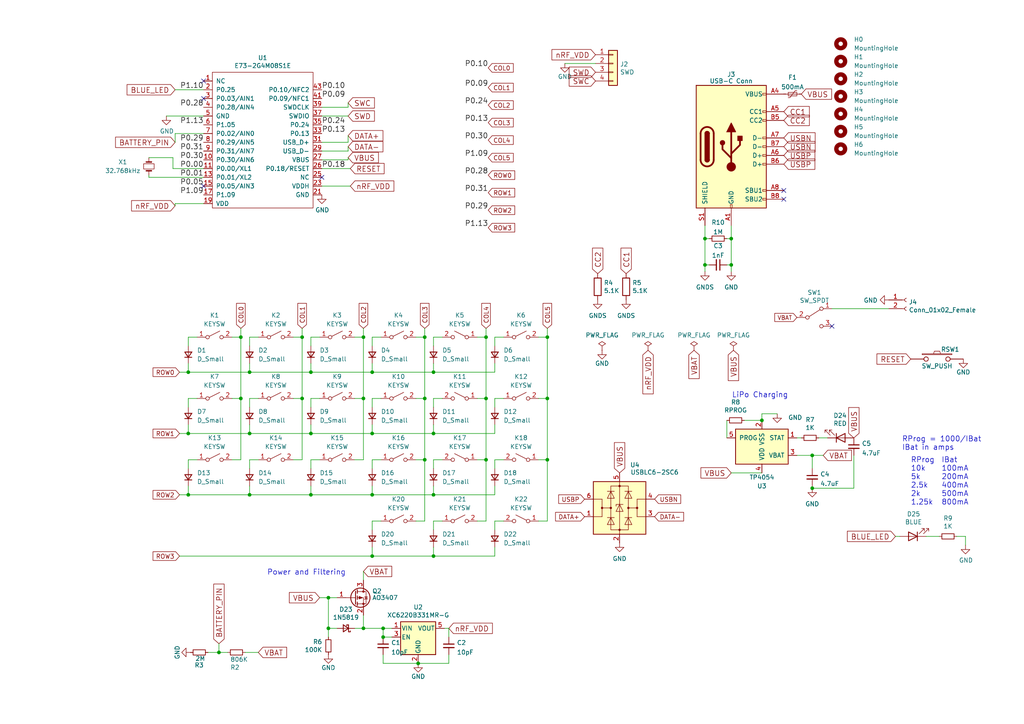
<source format=kicad_sch>
(kicad_sch (version 20230121) (generator eeschema)
  (paper "A4")
  (title_block (title "Skean") (date "2023-03-15") (rev "0.3"))
  (junction (at 235.585 141.605))
  (junction (at 95.25 173.355))
  (junction (at 107.95 107.95) (diameter 0.9144))
  (junction (at 235.585 132.08))
  (junction (at 69.85 97.79) (diameter 0.9144))
  (junction (at 111.125 184.785))
  (junction (at 105.41 182.245))
  (junction (at 54.61 107.95) (diameter 0.9144))
  (junction (at 121.285 192.405))
  (junction (at 72.39 125.73) (diameter 0.9144))
  (junction (at 125.73 143.51) (diameter 0.9144))
  (junction (at 54.61 125.73) (diameter 0.9144))
  (junction (at 204.47 69.215))
  (junction (at 212.09 69.215))
  (junction (at 105.41 115.57) (diameter 0.9144))
  (junction (at 123.19 97.79) (diameter 0.9144))
  (junction (at 69.85 115.57) (diameter 0.9144))
  (junction (at 72.39 143.51) (diameter 0.9144))
  (junction (at 125.73 107.95) (diameter 0.9144))
  (junction (at 87.63 115.57) (diameter 0.9144))
  (junction (at 107.95 143.51) (diameter 0.9144))
  (junction (at 212.09 76.835))
  (junction (at 158.75 97.79) (diameter 0.9144))
  (junction (at 140.97 115.57) (diameter 0.9144))
  (junction (at 54.61 143.51) (diameter 0.9144))
  (junction (at 125.73 125.73) (diameter 0.9144))
  (junction (at 158.75 115.57) (diameter 0.9144))
  (junction (at 87.63 97.79) (diameter 0.9144))
  (junction (at 123.19 115.57) (diameter 0.9144))
  (junction (at 90.17 143.51) (diameter 0.9144))
  (junction (at 105.41 97.79) (diameter 0.9144))
  (junction (at 204.47 76.835))
  (junction (at 95.25 182.245))
  (junction (at 90.17 107.95) (diameter 0.9144))
  (junction (at 123.19 133.35) (diameter 0.9144))
  (junction (at 140.97 97.79) (diameter 0.9144))
  (junction (at 111.125 182.245))
  (junction (at 107.95 125.73) (diameter 0.9144))
  (junction (at 140.97 133.35) (diameter 0.9144))
  (junction (at 220.98 121.92))
  (junction (at 72.39 107.95) (diameter 0.9144))
  (junction (at 107.95 161.29) (diameter 0.9144))
  (junction (at 63.5 189.23))
  (junction (at 90.17 125.73) (diameter 0.9144))
  (junction (at 158.75 133.35) (diameter 0.9144))
  (junction (at 125.73 161.29) (diameter 0.9144))
  (no_connect (at 227.33 55.245))
  (no_connect (at 59.055 28.575))
  (no_connect (at 227.33 57.785))
  (no_connect (at 59.055 53.975))
  (no_connect (at 241.3 94.615))
  (no_connect (at 59.055 23.495))
  (no_connect (at 93.345 51.435))
  (wire (pts (xy 143.51 133.35) (xy 143.51 135.89)))
  (wire (pts (xy 72.39 143.51) (xy 90.17 143.51)))
  (wire (pts (xy 158.75 115.57) (xy 158.75 133.35)))
  (wire (pts (xy 277.495 155.575) (xy 280.035 155.575)))
  (wire (pts (xy 210.82 69.215) (xy 212.09 69.215)))
  (wire (pts (xy 100.965 39.37) (xy 100.965 41.275)))
  (wire (pts (xy 125.73 133.35) (xy 125.73 135.89)))
  (wire (pts (xy 143.51 123.19) (xy 143.51 125.73)))
  (wire (pts (xy 74.93 97.79) (xy 72.39 97.79)))
  (wire (pts (xy 54.61 107.95) (xy 72.39 107.95)))
  (wire (pts (xy 102.87 115.57) (xy 105.41 115.57)))
  (wire (pts (xy 128.27 133.35) (xy 125.73 133.35)))
  (wire (pts (xy 63.5 186.69) (xy 63.5 189.23)))
  (wire (pts (xy 143.51 105.41) (xy 143.51 107.95)))
  (wire (pts (xy 72.39 105.41) (xy 72.39 107.95)))
  (wire (pts (xy 220.98 120.015) (xy 220.98 121.92)))
  (wire (pts (xy 225.425 120.015) (xy 220.98 120.015)))
  (wire (pts (xy 143.51 143.51) (xy 143.51 140.97)))
  (wire (pts (xy 87.63 97.79) (xy 87.63 115.57)))
  (wire (pts (xy 110.49 151.13) (xy 107.95 151.13)))
  (wire (pts (xy 158.75 133.35) (xy 158.75 151.13)))
  (wire (pts (xy 54.61 143.51) (xy 72.39 143.51)))
  (wire (pts (xy 210.82 76.835) (xy 212.09 76.835)))
  (wire (pts (xy 125.73 123.19) (xy 125.73 125.73)))
  (wire (pts (xy 232.41 127) (xy 231.14 127)))
  (wire (pts (xy 54.61 123.19) (xy 54.61 125.73)))
  (wire (pts (xy 54.61 125.73) (xy 72.39 125.73)))
  (wire (pts (xy 125.73 140.97) (xy 125.73 143.51)))
  (wire (pts (xy 125.73 105.41) (xy 125.73 107.95)))
  (wire (pts (xy 87.63 95.25) (xy 87.63 97.79)))
  (wire (pts (xy 95.25 184.785) (xy 95.25 182.245)))
  (wire (pts (xy 52.07 107.95) (xy 54.61 107.95)))
  (wire (pts (xy 172.72 18.415) (xy 163.83 18.415)))
  (wire (pts (xy 105.41 182.245) (xy 111.125 182.245)))
  (wire (pts (xy 123.19 95.25) (xy 123.19 97.79)))
  (wire (pts (xy 143.51 115.57) (xy 143.51 118.11)))
  (wire (pts (xy 102.87 133.35) (xy 105.41 133.35)))
  (wire (pts (xy 158.75 97.79) (xy 158.75 115.57)))
  (wire (pts (xy 140.97 97.79) (xy 140.97 115.57)))
  (wire (pts (xy 120.65 115.57) (xy 123.19 115.57)))
  (wire (pts (xy 90.17 105.41) (xy 90.17 107.95)))
  (wire (pts (xy 128.27 115.57) (xy 125.73 115.57)))
  (wire (pts (xy 105.41 178.435) (xy 105.41 182.245)))
  (wire (pts (xy 138.43 97.79) (xy 140.97 97.79)))
  (wire (pts (xy 107.95 105.41) (xy 107.95 107.95)))
  (wire (pts (xy 158.75 95.25) (xy 158.75 97.79)))
  (wire (pts (xy 100.965 46.355) (xy 93.345 46.355)))
  (wire (pts (xy 107.95 123.19) (xy 107.95 125.73)))
  (wire (pts (xy 235.585 140.97) (xy 235.585 141.605)))
  (wire (pts (xy 123.19 133.35) (xy 123.19 151.13)))
  (wire (pts (xy 110.49 133.35) (xy 107.95 133.35)))
  (wire (pts (xy 140.97 133.35) (xy 140.97 151.13)))
  (wire (pts (xy 72.39 115.57) (xy 72.39 118.11)))
  (wire (pts (xy 156.21 151.13) (xy 158.75 151.13)))
  (wire (pts (xy 85.09 133.35) (xy 87.63 133.35)))
  (wire (pts (xy 128.905 182.245) (xy 130.175 182.245)))
  (wire (pts (xy 120.65 133.35) (xy 123.19 133.35)))
  (wire (pts (xy 107.95 158.75) (xy 107.95 161.29)))
  (wire (pts (xy 72.39 123.19) (xy 72.39 125.73)))
  (wire (pts (xy 50.8 59.055) (xy 59.055 59.055)))
  (wire (pts (xy 54.61 115.57) (xy 54.61 118.11)))
  (wire (pts (xy 50.8 59.055) (xy 50.8 59.69)))
  (wire (pts (xy 92.71 133.35) (xy 90.17 133.35)))
  (wire (pts (xy 111.125 189.865) (xy 111.125 192.405)))
  (wire (pts (xy 130.175 189.865) (xy 130.175 192.405)))
  (wire (pts (xy 107.95 161.29) (xy 125.73 161.29)))
  (wire (pts (xy 204.47 65.405) (xy 204.47 69.215)))
  (wire (pts (xy 63.5 189.23) (xy 60.325 189.23)))
  (wire (pts (xy 93.345 48.895) (xy 101.6 48.895)))
  (wire (pts (xy 43.18 51.435) (xy 59.055 51.435)))
  (wire (pts (xy 215.9 121.92) (xy 220.98 121.92)))
  (wire (pts (xy 111.125 192.405) (xy 121.285 192.405)))
  (wire (pts (xy 54.61 105.41) (xy 54.61 107.95)))
  (wire (pts (xy 143.51 158.75) (xy 143.51 161.29)))
  (wire (pts (xy 102.87 97.79) (xy 105.41 97.79)))
  (wire (pts (xy 241.3 89.535) (xy 257.81 89.535)))
  (wire (pts (xy 212.09 65.405) (xy 212.09 69.215)))
  (wire (pts (xy 212.09 69.215) (xy 212.09 76.835)))
  (wire (pts (xy 212.09 76.835) (xy 212.09 78.74)))
  (wire (pts (xy 120.65 151.13) (xy 123.19 151.13)))
  (wire (pts (xy 54.61 140.97) (xy 54.61 143.51)))
  (wire (pts (xy 120.65 97.79) (xy 123.19 97.79)))
  (wire (pts (xy 69.85 97.79) (xy 69.85 115.57)))
  (wire (pts (xy 111.125 182.245) (xy 113.665 182.245)))
  (wire (pts (xy 107.95 125.73) (xy 125.73 125.73)))
  (wire (pts (xy 146.05 115.57) (xy 143.51 115.57)))
  (wire (pts (xy 107.95 107.95) (xy 125.73 107.95)))
  (wire (pts (xy 67.31 133.35) (xy 69.85 133.35)))
  (wire (pts (xy 52.07 125.73) (xy 54.61 125.73)))
  (wire (pts (xy 107.95 115.57) (xy 107.95 118.11)))
  (wire (pts (xy 50.165 48.895) (xy 59.055 48.895)))
  (wire (pts (xy 110.49 115.57) (xy 107.95 115.57)))
  (wire (pts (xy 138.43 133.35) (xy 140.97 133.35)))
  (wire (pts (xy 74.93 189.23) (xy 71.12 189.23)))
  (wire (pts (xy 67.31 97.79) (xy 69.85 97.79)))
  (wire (pts (xy 125.73 125.73) (xy 143.51 125.73)))
  (wire (pts (xy 138.43 151.13) (xy 140.97 151.13)))
  (wire (pts (xy 100.965 29.845) (xy 100.965 31.115)))
  (wire (pts (xy 130.175 192.405) (xy 121.285 192.405)))
  (wire (pts (xy 105.41 95.25) (xy 105.41 97.79)))
  (wire (pts (xy 204.47 69.215) (xy 204.47 76.835)))
  (wire (pts (xy 204.47 76.835) (xy 204.47 78.74)))
  (wire (pts (xy 204.47 76.835) (xy 205.74 76.835)))
  (wire (pts (xy 125.73 115.57) (xy 125.73 118.11)))
  (wire (pts (xy 93.345 53.975) (xy 101.6 53.975)))
  (wire (pts (xy 43.18 51.435) (xy 43.18 50.8)))
  (wire (pts (xy 85.09 115.57) (xy 87.63 115.57)))
  (wire (pts (xy 90.17 133.35) (xy 90.17 135.89)))
  (wire (pts (xy 156.21 97.79) (xy 158.75 97.79)))
  (wire (pts (xy 146.05 151.13) (xy 143.51 151.13)))
  (wire (pts (xy 125.73 158.75) (xy 125.73 161.29)))
  (wire (pts (xy 52.07 161.29) (xy 107.95 161.29)))
  (wire (pts (xy 125.73 161.29) (xy 143.51 161.29)))
  (wire (pts (xy 247.65 132.08) (xy 247.65 141.605)))
  (wire (pts (xy 247.65 141.605) (xy 235.585 141.605)))
  (wire (pts (xy 90.17 140.97) (xy 90.17 143.51)))
  (wire (pts (xy 72.39 97.79) (xy 72.39 100.33)))
  (wire (pts (xy 110.49 97.79) (xy 107.95 97.79)))
  (wire (pts (xy 100.965 45.72) (xy 100.965 46.355)))
  (wire (pts (xy 57.15 133.35) (xy 54.61 133.35)))
  (wire (pts (xy 90.17 115.57) (xy 90.17 118.11)))
  (wire (pts (xy 125.73 143.51) (xy 143.51 143.51)))
  (wire (pts (xy 90.17 107.95) (xy 107.95 107.95)))
  (wire (pts (xy 240.03 127) (xy 237.49 127)))
  (wire (pts (xy 143.51 97.79) (xy 143.51 100.33)))
  (wire (pts (xy 72.39 107.95) (xy 90.17 107.95)))
  (wire (pts (xy 50.165 45.72) (xy 43.18 45.72)))
  (wire (pts (xy 50.165 48.895) (xy 50.165 45.72)))
  (wire (pts (xy 156.21 133.35) (xy 158.75 133.35)))
  (wire (pts (xy 72.39 133.35) (xy 72.39 135.89)))
  (wire (pts (xy 140.97 115.57) (xy 140.97 133.35)))
  (wire (pts (xy 280.035 158.115) (xy 280.035 155.575)))
  (wire (pts (xy 67.31 115.57) (xy 69.85 115.57)))
  (wire (pts (xy 95.25 173.355) (xy 97.79 173.355)))
  (wire (pts (xy 231.14 132.08) (xy 235.585 132.08)))
  (wire (pts (xy 235.585 132.08) (xy 238.76 132.08)))
  (wire (pts (xy 50.8 38.735) (xy 50.8 41.275)))
  (wire (pts (xy 235.585 132.08) (xy 235.585 135.89)))
  (wire (pts (xy 85.09 97.79) (xy 87.63 97.79)))
  (wire (pts (xy 128.27 151.13) (xy 125.73 151.13)))
  (wire (pts (xy 107.95 140.97) (xy 107.95 143.51)))
  (wire (pts (xy 54.61 97.79) (xy 54.61 100.33)))
  (wire (pts (xy 156.21 115.57) (xy 158.75 115.57)))
  (wire (pts (xy 123.19 97.79) (xy 123.19 115.57)))
  (wire (pts (xy 95.25 182.245) (xy 97.79 182.245)))
  (wire (pts (xy 259.715 155.575) (xy 260.985 155.575)))
  (wire (pts (xy 92.71 115.57) (xy 90.17 115.57)))
  (wire (pts (xy 113.665 184.785) (xy 111.125 184.785)))
  (wire (pts (xy 52.07 143.51) (xy 54.61 143.51)))
  (wire (pts (xy 146.05 133.35) (xy 143.51 133.35)))
  (wire (pts (xy 140.97 95.25) (xy 140.97 97.79)))
  (wire (pts (xy 90.17 125.73) (xy 107.95 125.73)))
  (wire (pts (xy 125.73 151.13) (xy 125.73 153.67)))
  (wire (pts (xy 50.8 26.035) (xy 59.055 26.035)))
  (wire (pts (xy 123.19 115.57) (xy 123.19 133.35)))
  (wire (pts (xy 72.39 125.73) (xy 90.17 125.73)))
  (wire (pts (xy 100.965 42.545) (xy 100.965 43.815)))
  (wire (pts (xy 100.965 31.115) (xy 93.345 31.115)))
  (wire (pts (xy 57.15 115.57) (xy 54.61 115.57)))
  (wire (pts (xy 66.04 189.23) (xy 63.5 189.23)))
  (wire (pts (xy 72.39 140.97) (xy 72.39 143.51)))
  (wire (pts (xy 107.95 151.13) (xy 107.95 153.67)))
  (wire (pts (xy 100.965 41.275) (xy 93.345 41.275)))
  (wire (pts (xy 57.15 97.79) (xy 54.61 97.79)))
  (wire (pts (xy 204.47 69.215) (xy 205.74 69.215)))
  (wire (pts (xy 138.43 115.57) (xy 140.97 115.57)))
  (wire (pts (xy 100.965 43.815) (xy 93.345 43.815)))
  (wire (pts (xy 69.85 95.25) (xy 69.85 97.79)))
  (wire (pts (xy 50.8 38.735) (xy 59.055 38.735)))
  (wire (pts (xy 48.26 33.655) (xy 59.055 33.655)))
  (wire (pts (xy 100.965 33.655) (xy 93.345 33.655)))
  (wire (pts (xy 74.93 115.57) (xy 72.39 115.57)))
  (wire (pts (xy 125.73 97.79) (xy 125.73 100.33)))
  (wire (pts (xy 146.05 97.79) (xy 143.51 97.79)))
  (wire (pts (xy 92.71 173.355) (xy 95.25 173.355)))
  (wire (pts (xy 107.95 97.79) (xy 107.95 100.33)))
  (wire (pts (xy 210.82 121.92) (xy 210.82 127)))
  (wire (pts (xy 92.71 97.79) (xy 90.17 97.79)))
  (wire (pts (xy 90.17 97.79) (xy 90.17 100.33)))
  (wire (pts (xy 95.25 182.245) (xy 95.25 173.355)))
  (wire (pts (xy 107.95 133.35) (xy 107.95 135.89)))
  (wire (pts (xy 105.41 115.57) (xy 105.41 133.35)))
  (wire (pts (xy 87.63 115.57) (xy 87.63 133.35)))
  (wire (pts (xy 107.95 143.51) (xy 125.73 143.51)))
  (wire (pts (xy 69.85 115.57) (xy 69.85 133.35)))
  (wire (pts (xy 54.61 133.35) (xy 54.61 135.89)))
  (wire (pts (xy 130.175 182.245) (xy 130.175 184.785)))
  (wire (pts (xy 105.41 165.735) (xy 105.41 168.275)))
  (wire (pts (xy 102.87 182.245) (xy 105.41 182.245)))
  (wire (pts (xy 212.09 137.16) (xy 220.98 137.16)))
  (wire (pts (xy 143.51 151.13) (xy 143.51 153.67)))
  (wire (pts (xy 111.125 184.785) (xy 111.125 182.245)))
  (wire (pts (xy 128.27 97.79) (xy 125.73 97.79)))
  (wire (pts (xy 90.17 143.51) (xy 107.95 143.51)))
  (wire (pts (xy 105.41 97.79) (xy 105.41 115.57)))
  (wire (pts (xy 74.93 133.35) (xy 72.39 133.35)))
  (wire (pts (xy 268.605 155.575) (xy 272.415 155.575)))
  (wire (pts (xy 90.17 123.19) (xy 90.17 125.73)))
  (wire (pts (xy 125.73 107.95) (xy 143.51 107.95)))
  (text "LiPo Charging\n" (at 228.6 115.57 0) (effects (font (size 1.524 1.524)) (justify right bottom)))
  (text "RProg = 1000/IBat\nIBat in amps" (at 261.62 130.81 0) (effects (font (size 1.524 1.524)) (justify left bottom)))
  (text "IBat\n100mA\n200mA\n400mA\n500mA\n800mA" (at 273.05 146.685 0) (effects (font (size 1.524 1.524)) (justify left bottom)))
  (text "Power and Filtering" (at 77.47 167.005 0) (effects (font (size 1.524 1.524)) (justify left bottom)))
  (text "RProg\n10k\n5k\n2.5k\n2k\n1.25k" (at 264.16 146.685 0) (effects (font (size 1.524 1.524)) (justify left bottom)))
  (label "P0.09" (at 141.605 25.4 180) (effects (font (size 1.524 1.524))))
  (label "P0.29" (at 141.605 60.96 180) (effects (font (size 1.524 1.524))))
  (label "P0.31" (at 59.055 43.815 180) (effects (font (size 1.524 1.524))))
  (label "P0.29" (at 59.055 41.275 180) (effects (font (size 1.524 1.524))))
  (label "P0.30" (at 141.605 40.64 180) (effects (font (size 1.524 1.524))))
  (label "P0.28" (at 59.055 31.115 180) (effects (font (size 1.524 1.524))))
  (label "P0.18" (at 93.345 48.895 0) (effects (font (size 1.524 1.524))))
  (label "P1.13" (at 141.605 66.04 180) (effects (font (size 1.524 1.524))))
  (label "P0.01" (at 59.055 51.435 180) (effects (font (size 1.524 1.524))))
  (label "P1.10" (at 59.055 26.035 180) (effects (font (size 1.524 1.524))))
  (label "P0.28" (at 141.605 50.8 180) (effects (font (size 1.524 1.524))))
  (label "P0.10" (at 93.345 26.035 0) (effects (font (size 1.524 1.524))))
  (label "P0.00" (at 59.055 48.895 180) (effects (font (size 1.524 1.524))))
  (label "P0.09" (at 93.345 28.575 0) (effects (font (size 1.524 1.524))))
  (label "P0.31" (at 141.605 55.88 180) (effects (font (size 1.524 1.524))))
  (label "P1.13" (at 59.055 36.195 180) (effects (font (size 1.524 1.524))))
  (label "P0.13" (at 93.345 38.735 0) (effects (font (size 1.524 1.524))))
  (label "P0.24" (at 93.345 36.195 0) (effects (font (size 1.524 1.524))))
  (label "P0.13" (at 141.605 35.56 180) (effects (font (size 1.524 1.524))))
  (label "P0.30" (at 59.055 46.355 180) (effects (font (size 1.524 1.524))))
  (label "P0.05" (at 59.055 53.975 180) (effects (font (size 1.524 1.524))))
  (label "P0.24" (at 141.605 30.48 180) (effects (font (size 1.524 1.524))))
  (label "P1.09" (at 59.055 56.515 180) (effects (font (size 1.524 1.524))))
  (label "P0.10" (at 141.605 19.685 180) (effects (font (size 1.524 1.524))))
  (label "P1.09" (at 141.605 45.72 180) (effects (font (size 1.524 1.524))))
  (global_label "VBUS" (shape input) (at 179.705 137.16 90) (effects (font (size 1.524 1.524))) (property "Intersheetrefs" "${INTERSHEET_REFS}" (effects hide)))
  (global_label "BLUE_LED" (shape input) (at 50.8 26.035 180) (effects (font (size 1.524 1.524))) (property "Intersheetrefs" "${INTERSHEET_REFS}" (effects hide)))
  (global_label "VBUS" (shape input) (at 100.965 45.72 0) (effects (font (size 1.524 1.524))) (property "Intersheetrefs" "${INTERSHEET_REFS}" (effects hide)))
  (global_label "ROW2" (shape input) (at 52.07 143.51 180) (property "Intersheetrefs" "${INTERSHEET_REFS}" (effects hide)))
  (global_label "CC1" (shape input) (at 227.33 32.385 0) (effects (font (size 1.524 1.524))) (property "Intersheetrefs" "${INTERSHEET_REFS}" (effects hide)))
  (global_label "USBN" (shape input) (at 189.865 144.78 0) (property "Intersheetrefs" "${INTERSHEET_REFS}" (effects hide)))
  (global_label "COL1" (shape input) (at 87.63 95.25 90) (property "Intersheetrefs" "${INTERSHEET_REFS}" (effects hide)))
  (global_label "VBAT" (shape input) (at 238.76 132.08 0) (effects (font (size 1.524 1.524))) (property "Intersheetrefs" "${INTERSHEET_REFS}" (effects hide)))
  (global_label "ROW1" (shape input) (at 52.07 125.73 180) (property "Intersheetrefs" "${INTERSHEET_REFS}" (effects hide)))
  (global_label "VBAT" (shape input) (at 74.93 189.23 0) (effects (font (size 1.524 1.524))) (property "Intersheetrefs" "${INTERSHEET_REFS}" (effects hide)))
  (global_label "nRF_VDD" (shape input) (at 187.96 101.6 270) (effects (font (size 1.524 1.524))) (property "Intersheetrefs" "${INTERSHEET_REFS}" (effects hide)))
  (global_label "BATTERY_PIN" (shape input) (at 50.8 41.275 180) (effects (font (size 1.524 1.524))) (property "Intersheetrefs" "${INTERSHEET_REFS}" (effects hide)))
  (global_label "BLUE_LED" (shape input) (at 259.715 155.575 180) (effects (font (size 1.524 1.524))) (property "Intersheetrefs" "${INTERSHEET_REFS}" (effects hide)))
  (global_label "CC2" (shape input) (at 173.355 79.375 90) (effects (font (size 1.524 1.524))) (property "Intersheetrefs" "${INTERSHEET_REFS}" (effects hide)))
  (global_label "VBUS" (shape input) (at 247.65 127 90) (effects (font (size 1.524 1.524))) (property "Intersheetrefs" "${INTERSHEET_REFS}" (effects hide)))
  (global_label "COL2" (shape input) (at 141.605 30.48 0) (property "Intersheetrefs" "${INTERSHEET_REFS}" (effects hide)))
  (global_label "RESET" (shape input) (at 264.16 104.14 180) (effects (font (size 1.524 1.524))) (property "Intersheetrefs" "${INTERSHEET_REFS}" (effects hide)))
  (global_label "VBAT" (shape input) (at 231.14 92.075 180) (effects (font (size 1.1938 1.1938))) (property "Intersheetrefs" "${INTERSHEET_REFS}" (effects hide)))
  (global_label "nRF_VDD" (shape input) (at 172.72 15.875 180) (effects (font (size 1.524 1.524))) (property "Intersheetrefs" "${INTERSHEET_REFS}" (effects hide)))
  (global_label "SWD" (shape input) (at 172.72 20.955 180) (effects (font (size 1.524 1.524))) (property "Intersheetrefs" "${INTERSHEET_REFS}" (effects hide)))
  (global_label "ROW2" (shape input) (at 141.605 60.96 0) (property "Intersheetrefs" "${INTERSHEET_REFS}" (effects hide)))
  (global_label "ROW0" (shape input) (at 141.605 50.8 0) (property "Intersheetrefs" "${INTERSHEET_REFS}" (effects hide)))
  (global_label "ROW1" (shape input) (at 141.605 55.88 0) (property "Intersheetrefs" "${INTERSHEET_REFS}" (effects hide)))
  (global_label "SWC" (shape input) (at 172.72 23.495 180) (effects (font (size 1.524 1.524))) (property "Intersheetrefs" "${INTERSHEET_REFS}" (effects hide)))
  (global_label "COL5" (shape input) (at 158.75 95.25 90) (property "Intersheetrefs" "${INTERSHEET_REFS}" (effects hide)))
  (global_label "BATTERY_PIN" (shape input) (at 63.5 186.69 90) (effects (font (size 1.524 1.524))) (property "Intersheetrefs" "${INTERSHEET_REFS}" (effects hide)))
  (global_label "USBP" (shape input) (at 169.545 144.78 180) (property "Intersheetrefs" "${INTERSHEET_REFS}" (effects hide)))
  (global_label "CC1" (shape input) (at 181.61 79.375 90) (effects (font (size 1.524 1.524))) (property "Intersheetrefs" "${INTERSHEET_REFS}" (effects hide)))
  (global_label "CC2" (shape input) (at 227.33 34.925 0) (effects (font (size 1.524 1.524))) (property "Intersheetrefs" "${INTERSHEET_REFS}" (effects hide)))
  (global_label "VBUS" (shape input) (at 92.71 173.355 180) (effects (font (size 1.524 1.524))) (property "Intersheetrefs" "${INTERSHEET_REFS}" (effects hide)))
  (global_label "COL4" (shape input) (at 141.605 40.64 0) (property "Intersheetrefs" "${INTERSHEET_REFS}" (effects hide)))
  (global_label "VBUS" (shape input) (at 212.725 101.6 270) (effects (font (size 1.524 1.524))) (property "Intersheetrefs" "${INTERSHEET_REFS}" (effects hide)))
  (global_label "ROW3" (shape input) (at 52.07 161.29 180) (property "Intersheetrefs" "${INTERSHEET_REFS}" (effects hide)))
  (global_label "VBAT" (shape input) (at 105.41 165.735 0) (effects (font (size 1.524 1.524))) (property "Intersheetrefs" "${INTERSHEET_REFS}" (effects hide)))
  (global_label "DATA-" (shape input) (at 189.865 149.86 0) (property "Intersheetrefs" "${INTERSHEET_REFS}" (effects hide)))
  (global_label "USBP" (shape input) (at 227.33 45.085 0) (effects (font (size 1.524 1.524))) (property "Intersheetrefs" "${INTERSHEET_REFS}" (effects hide)))
  (global_label "DATA+" (shape input) (at 100.965 39.37 0) (effects (font (size 1.524 1.524))) (property "Intersheetrefs" "${INTERSHEET_REFS}" (effects hide)))
  (global_label "VBAT" (shape input) (at 201.295 101.6 270) (effects (font (size 1.524 1.524))) (property "Intersheetrefs" "${INTERSHEET_REFS}" (effects hide)))
  (global_label "COL2" (shape input) (at 105.41 95.25 90) (property "Intersheetrefs" "${INTERSHEET_REFS}" (effects hide)))
  (global_label "ROW0" (shape input) (at 52.07 107.95 180) (property "Intersheetrefs" "${INTERSHEET_REFS}" (effects hide)))
  (global_label "USBN" (shape input) (at 227.33 40.005 0) (effects (font (size 1.524 1.524))) (property "Intersheetrefs" "${INTERSHEET_REFS}" (effects hide)))
  (global_label "DATA+" (shape input) (at 169.545 149.86 180) (property "Intersheetrefs" "${INTERSHEET_REFS}" (effects hide)))
  (global_label "SWC" (shape input) (at 100.965 29.845 0) (effects (font (size 1.524 1.524))) (property "Intersheetrefs" "${INTERSHEET_REFS}" (effects hide)))
  (global_label "RESET" (shape input) (at 101.6 48.895 0) (effects (font (size 1.524 1.524))) (property "Intersheetrefs" "${INTERSHEET_REFS}" (effects hide)))
  (global_label "COL1" (shape input) (at 141.605 25.4 0) (property "Intersheetrefs" "${INTERSHEET_REFS}" (effects hide)))
  (global_label "COL3" (shape input) (at 123.19 95.25 90) (property "Intersheetrefs" "${INTERSHEET_REFS}" (effects hide)))
  (global_label "nRF_VDD" (shape input) (at 101.6 53.975 0) (effects (font (size 1.524 1.524))) (property "Intersheetrefs" "${INTERSHEET_REFS}" (effects hide)))
  (global_label "COL3" (shape input) (at 141.605 35.56 0) (property "Intersheetrefs" "${INTERSHEET_REFS}" (effects hide)))
  (global_label "VBUS" (shape input) (at 232.41 27.305 0) (effects (font (size 1.524 1.524))) (property "Intersheetrefs" "${INTERSHEET_REFS}" (effects hide)))
  (global_label "USBN" (shape input) (at 227.33 42.545 0) (effects (font (size 1.524 1.524))) (property "Intersheetrefs" "${INTERSHEET_REFS}" (effects hide)))
  (global_label "ROW3" (shape input) (at 141.605 66.04 0) (property "Intersheetrefs" "${INTERSHEET_REFS}" (effects hide)))
  (global_label "USBP" (shape input) (at 227.33 47.625 0) (effects (font (size 1.524 1.524))) (property "Intersheetrefs" "${INTERSHEET_REFS}" (effects hide)))
  (global_label "SWD" (shape input) (at 100.965 33.655 0) (effects (font (size 1.524 1.524))) (property "Intersheetrefs" "${INTERSHEET_REFS}" (effects hide)))
  (global_label "COL4" (shape input) (at 140.97 95.25 90) (property "Intersheetrefs" "${INTERSHEET_REFS}" (effects hide)))
  (global_label "nRF_VDD" (shape input) (at 130.175 182.245 0) (effects (font (size 1.524 1.524))) (property "Intersheetrefs" "${INTERSHEET_REFS}" (effects hide)))
  (global_label "COL5" (shape input) (at 141.605 45.72 0) (property "Intersheetrefs" "${INTERSHEET_REFS}" (effects hide)))
  (global_label "nRF_VDD" (shape input) (at 50.8 59.69 180) (effects (font (size 1.524 1.524))) (property "Intersheetrefs" "${INTERSHEET_REFS}" (effects hide)))
  (global_label "DATA-" (shape input) (at 100.965 42.545 0) (effects (font (size 1.524 1.524))) (property "Intersheetrefs" "${INTERSHEET_REFS}" (effects hide)))
  (global_label "VBUS" (shape input) (at 212.09 137.16 180) (effects (font (size 1.524 1.524))) (property "Intersheetrefs" "${INTERSHEET_REFS}" (effects hide)))
  (global_label "COL0" (shape input) (at 141.605 19.685 0) (property "Intersheetrefs" "${INTERSHEET_REFS}" (effects hide)))
  (global_label "COL0" (shape input) (at 69.85 95.25 90) (property "Intersheetrefs" "${INTERSHEET_REFS}" (effects hide)))
  (symbol (lib_id "Switch:SW_SPDT") (at 236.22 92.075 0) (unit 1)
    (property "Reference" "SW1" (at 236.22 84.836 0))
    (property "Value" "SW_SPDT" (at 236.22 87.1474 0))
    (property "Footprint" "kbd:SW_SPDT+H-MSK12C01_hor(7pin_SMD)_REV" (effects hide))
  )
  (symbol (lib_id "Device:R_Small") (at 68.58 189.23 270) (unit 1)
    (property "Reference" "R2" (at 66.802 193.5734 90) (effects (justify left)))
    (property "Value" "806K" (at 66.802 191.262 90) (effects (justify left)))
    (property "Footprint" "kbd:R_0603_1608Metric_REV" (effects hide))
  )
  (symbol (lib_id "Device:R") (at 181.61 83.185 0) (unit 1)
    (property "Reference" "R5" (at 183.388 82.0166 0) (effects (justify left)))
    (property "Value" "5.1K" (at 183.388 84.328 0) (effects (justify left)))
    (property "Footprint" "kbd:R_0603_1608Metric_REV" (effects hide))
  )
  (symbol (lib_id "Device:R") (at 173.355 83.185 0) (unit 1)
    (property "Reference" "R4" (at 175.133 82.0166 0) (effects (justify left)))
    (property "Value" "5.1K" (at 175.133 84.328 0) (effects (justify left)))
    (property "Footprint" "kbd:R_0603_1608Metric_REV" (effects hide))
  )
  (symbol (lib_id "Keyboard_Components:KEYSW") (at 115.57 97.79 0) (unit 1)
    (property "Reference" "K4" (at 115.57 91.44 0))
    (property "Value" "KEYSW" (at 115.57 93.98 0))
    (property "Footprint" "kbd:MX-Alps-1U-REV" (effects hide))
  )
  (symbol (lib_id "power:PWR_FLAG") (at 174.625 101.6 0) (unit 1)
    (property "Reference" "#FLG01" (effects hide))
    (property "Value" "PWR_FLAG" (at 174.625 97.2058 0))
  )
  (symbol (lib_id "Device:D_Small") (at 72.39 120.65 90) (unit 1)
    (property "Reference" "D8" (at 74.93 119.38 90) (effects (justify right)))
    (property "Value" "D_Small" (at 74.93 121.92 90) (effects (justify right)))
    (property "Footprint" "kbd:D3_SMD" (effects hide))
  )
  (symbol (lib_id "Regulator_Linear:AP2112K-3.3") (at 121.285 184.785 0) (unit 1)
    (property "Reference" "U2" (at 121.285 176.0982 0))
    (property "Value" "XC6220B331MR-G" (at 121.285 178.4096 0))
    (property "Footprint" "kbd:SOT-23-5_HandSoldering_REV" (effects hide))
    (property "Datasheet" "https://www.diodes.com/assets/Datasheets/AP2112.pdf" (effects hide))
  )
  (symbol (lib_id "Mechanical:MountingHole") (at 243.84 12.7 0) (unit 1)
    (property "Reference" "H0" (at 247.65 11.43 0) (effects (justify left)))
    (property "Value" "MountingHole" (at 247.65 13.97 0) (effects (justify left)))
    (property "Footprint" "kbd:M2-MountingHole-Standoff" (effects hide))
  )
  (symbol (lib_id "Device:R_Small") (at 213.36 121.92 90) (mirror x) (unit 1)
    (property "Reference" "R8" (at 213.36 116.6622 90))
    (property "Value" "RPROG" (at 213.36 118.9736 90))
    (property "Footprint" "kbd:R_0603_1608Metric_REV" (effects hide))
  )
  (symbol (lib_id "power:GNDS") (at 173.355 86.995 0) (unit 1)
    (property "Reference" "#PWR08" (effects hide))
    (property "Value" "GNDS" (at 173.355 91.5576 0))
  )
  (symbol (lib_id "Device:C_Small") (at 235.585 138.43 0) (unit 1)
    (property "Reference" "C4" (at 237.9092 137.5215 0) (effects (justify left)))
    (property "Value" "4.7uF" (at 237.9092 140.2966 0) (effects (justify left)))
    (property "Footprint" "kbd:C_0603_1608Metric_REV" (effects hide))
    (property "LCSC" "C19666" (effects hide))
  )
  (symbol (lib_id "Power_Protection:USBLC6-2SC6") (at 179.705 147.32 0) (unit 1)
    (property "Reference" "U4" (at 184.15 134.8444 0))
    (property "Value" "USBLC6-2SC6" (at 189.865 136.9845 0))
    (property "Footprint" "kbd:SOT-23-6_Handsoldering_REV" (effects hide))
    (property "Datasheet" "https://www.st.com/resource/en/datasheet/usblc6-2.pdf" (effects hide))
    (property "LCSC" "C558442" (effects hide))
  )
  (symbol (lib_id "Device:C_Small") (at 130.175 187.325 0) (unit 1)
    (property "Reference" "C2" (at 132.4992 186.4165 0) (effects (justify left)))
    (property "Value" "10pF" (at 132.4992 189.1916 0) (effects (justify left)))
    (property "Footprint" "kbd:C_0603_1608Metric_REV" (effects hide))
    (property "LCSC" "C1634" (effects hide))
  )
  (symbol (lib_id "Connector_Generic:Conn_01x04") (at 177.8 18.415 0) (unit 1)
    (property "Reference" "J2" (at 179.832 18.6182 0) (effects (justify left)))
    (property "Value" "SWD" (at 179.832 20.9296 0) (effects (justify left)))
    (property "Footprint" "kbd:connector_swd_REV" (effects hide))
  )
  (symbol (lib_id "Keyboard_Components:KEYSW") (at 80.01 115.57 0) (unit 1)
    (property "Reference" "K8" (at 80.01 109.22 0))
    (property "Value" "KEYSW" (at 80.01 111.76 0))
    (property "Footprint" "kbd:MX-Alps-1U-REV" (effects hide))
  )
  (symbol (lib_id "Mechanical:MountingHole") (at 243.84 38.1 0) (unit 1)
    (property "Reference" "H5" (at 247.65 36.83 0) (effects (justify left)))
    (property "Value" "MountingHole" (at 247.65 39.37 0) (effects (justify left)))
    (property "Footprint" "kbd:M2-MountingHole-Standoff" (effects hide))
  )
  (symbol (lib_id "Device:D_Small") (at 125.73 120.65 90) (unit 1)
    (property "Reference" "D11" (at 128.27 119.38 90) (effects (justify right)))
    (property "Value" "D_Small" (at 128.27 121.92 90) (effects (justify right)))
    (property "Footprint" "kbd:D3_SMD" (effects hide))
  )
  (symbol (lib_id "power:GND") (at 280.035 158.115 0) (unit 1)
    (property "Reference" "#PWR018" (effects hide))
    (property "Value" "GND" (at 280.162 162.5092 0))
  )
  (symbol (lib_id "Keyboard_Components:KEYSW") (at 151.13 115.57 0) (unit 1)
    (property "Reference" "K12" (at 151.13 109.22 0))
    (property "Value" "KEYSW" (at 151.13 111.76 0))
    (property "Footprint" "kbd:MX-Alps-1U-REV" (effects hide))
  )
  (symbol (lib_id "power:GND") (at 257.81 86.995 270) (unit 1)
    (property "Reference" "#PWR01" (effects hide))
    (property "Value" "GND" (at 254.5588 87.122 90) (effects (justify right)))
  )
  (symbol (lib_id "Mechanical:MountingHole") (at 243.84 27.94 0) (unit 1)
    (property "Reference" "H3" (at 247.65 26.67 0) (effects (justify left)))
    (property "Value" "MountingHole" (at 247.65 29.21 0) (effects (justify left)))
    (property "Footprint" "kbd:M2-MountingHole-Standoff" (effects hide))
  )
  (symbol (lib_id "power:GND") (at 163.83 18.415 0) (mirror y) (unit 1)
    (property "Reference" "#PWR06" (effects hide))
    (property "Value" "GND" (at 163.83 22.225 0))
  )
  (symbol (lib_id "power:PWR_FLAG") (at 201.295 101.6 0) (unit 1)
    (property "Reference" "#FLG03" (effects hide))
    (property "Value" "PWR_FLAG" (at 201.295 97.2058 0))
  )
  (symbol (lib_id "Device:Q_PMOS_GSD") (at 102.87 173.355 0) (unit 1)
    (property "Reference" "Q2" (at 107.95 171.45 0) (effects (justify left)))
    (property "Value" "AO3407" (at 107.95 173.355 0) (effects (justify left)))
    (property "Footprint" "kbd:SOT-23_Handsoldering_REV" (effects hide))
  )
  (symbol (lib_id "Mechanical:MountingHole") (at 243.84 17.78 0) (unit 1)
    (property "Reference" "H1" (at 247.65 16.51 0) (effects (justify left)))
    (property "Value" "MountingHole" (at 247.65 19.05 0) (effects (justify left)))
    (property "Footprint" "kbd:M2-MountingHole-Standoff" (effects hide))
  )
  (symbol (lib_id "Connector:USB_C_Receptacle_USB2.0") (at 212.09 42.545 0) (unit 1)
    (property "Reference" "J3" (at 212.09 21.59 0))
    (property "Value" "USB-C Conn" (at 212.09 23.495 0))
    (property "Footprint" "kbd:USB-C_C168688_REV" (effects hide))
    (property "Datasheet" "https://www.usb.org/sites/default/files/documents/usb_type-c.zip" (effects hide))
  )
  (symbol (lib_id "Device:D_Small") (at 72.39 102.87 90) (unit 1)
    (property "Reference" "D2" (at 74.93 101.6 90) (effects (justify right)))
    (property "Value" "D_Small" (at 74.93 104.14 90) (effects (justify right)))
    (property "Footprint" "kbd:D3_SMD" (effects hide))
  )
  (symbol (lib_id "power:GND") (at 225.425 120.015 0) (unit 1)
    (property "Reference" "#PWR016" (effects hide))
    (property "Value" "GND" (at 228.6 121.0944 0) (effects (justify left)))
  )
  (symbol (lib_id "Device:C_Small") (at 111.125 187.325 0) (unit 1)
    (property "Reference" "C1" (at 113.4492 186.4165 0) (effects (justify left)))
    (property "Value" "10pF" (at 113.4492 189.1916 0) (effects (justify left)))
    (property "Footprint" "kbd:C_0603_1608Metric_REV" (effects hide))
    (property "LCSC" "C1634" (effects hide))
  )
  (symbol (lib_id "Device:D_Small") (at 90.17 138.43 90) (unit 1)
    (property "Reference" "D15" (at 92.71 137.16 90) (effects (justify right)))
    (property "Value" "D_Small" (at 92.71 139.7 90) (effects (justify right)))
    (property "Footprint" "kbd:D3_SMD" (effects hide))
  )
  (symbol (lib_id "power:GND") (at 235.585 141.605 0) (unit 1)
    (property "Reference" "#PWR017" (effects hide))
    (property "Value" "GND" (at 235.585 146.1676 0))
  )
  (symbol (lib_id "Device:D_Small") (at 143.51 120.65 90) (unit 1)
    (property "Reference" "D12" (at 146.05 119.38 90) (effects (justify right)))
    (property "Value" "D_Small" (at 146.05 121.92 90) (effects (justify right)))
    (property "Footprint" "kbd:D3_SMD" (effects hide))
  )
  (symbol (lib_id "power:GND") (at 95.25 189.865 0) (unit 1)
    (property "Reference" "#PWR013" (effects hide))
    (property "Value" "GND" (at 95.25 193.675 0))
  )
  (symbol (lib_id "Keyboard_Components:KEYSW") (at 115.57 151.13 0) (unit 1)
    (property "Reference" "K20" (at 115.57 144.78 0))
    (property "Value" "KEYSW" (at 115.57 147.32 0))
    (property "Footprint" "kbd:MX-Alps-1U-REV" (effects hide))
  )
  (symbol (lib_id "Mechanical:MountingHole") (at 243.84 22.86 0) (unit 1)
    (property "Reference" "H2" (at 247.65 21.59 0) (effects (justify left)))
    (property "Value" "MountingHole" (at 247.65 24.13 0) (effects (justify left)))
    (property "Footprint" "kbd:M2-MountingHole-Standoff" (effects hide))
  )
  (symbol (lib_id "Mechanical:MountingHole") (at 243.84 43.18 0) (unit 1)
    (property "Reference" "H6" (at 247.65 41.91 0) (effects (justify left)))
    (property "Value" "MountingHole" (at 247.65 44.45 0) (effects (justify left)))
    (property "Footprint" "kbd:M2-MountingHole-Standoff" (effects hide))
  )
  (symbol (lib_id "power:GND") (at 179.705 157.48 0) (unit 1)
    (property "Reference" "#PWR09" (effects hide))
    (property "Value" "GND" (at 179.705 162.0426 0))
  )
  (symbol (lib_id "Device:D_Small") (at 125.73 138.43 90) (unit 1)
    (property "Reference" "D17" (at 128.27 137.16 90) (effects (justify right)))
    (property "Value" "D_Small" (at 128.27 139.7 90) (effects (justify right)))
    (property "Footprint" "kbd:D3_SMD" (effects hide))
  )
  (symbol (lib_id "Device:D_Small") (at 125.73 156.21 90) (unit 1)
    (property "Reference" "D21" (at 128.27 154.94 90) (effects (justify right)))
    (property "Value" "D_Small" (at 128.27 157.48 90) (effects (justify right)))
    (property "Footprint" "kbd:D3_SMD" (effects hide))
  )
  (symbol (lib_id "Device:LED") (at 243.84 127 0) (mirror x) (unit 1)
    (property "Reference" "D24" (at 243.6622 120.523 0))
    (property "Value" "RED" (at 243.6622 122.8344 0))
    (property "Footprint" "kbd:LED_0603_1608Metric_REV" (effects hide))
  )
  (symbol (lib_id "power:GND") (at 121.285 192.405 0) (unit 1)
    (property "Reference" "#PWR014" (effects hide))
    (property "Value" "GND" (at 121.285 196.215 0))
  )
  (symbol (lib_id "Keyboard_Components:KEYSW") (at 133.35 151.13 0) (unit 1)
    (property "Reference" "K21" (at 133.35 144.78 0))
    (property "Value" "KEYSW" (at 133.35 147.32 0))
    (property "Footprint" "kbd:MX-Alps-1U-REV" (effects hide))
  )
  (symbol (lib_id "Device:D_Small") (at 125.73 102.87 90) (unit 1)
    (property "Reference" "D5" (at 128.27 101.6 90) (effects (justify right)))
    (property "Value" "D_Small" (at 128.27 104.14 90) (effects (justify right)))
    (property "Footprint" "kbd:D3_SMD" (effects hide))
  )
  (symbol (lib_id "power:GND") (at 48.26 33.655 0) (unit 1)
    (property "Reference" "#PWR03" (effects hide))
    (property "Value" "GND" (at 48.387 38.0492 0))
  )
  (symbol (lib_id "power:GND") (at 174.625 101.6 0) (unit 1)
    (property "Reference" "#PWR011" (effects hide))
    (property "Value" "GND" (at 174.625 105.41 0))
  )
  (symbol (lib_id "power:GND") (at 212.09 78.74 0) (unit 1)
    (property "Reference" "#PWR015" (effects hide))
    (property "Value" "GND" (at 212.09 83.3026 0))
  )
  (symbol (lib_id "Device:Crystal_Small") (at 43.18 48.26 270) (mirror x) (unit 1)
    (property "Reference" "X1" (at 34.29 46.99 90) (effects (justify left)))
    (property "Value" "32.768kHz" (at 30.48 49.53 90) (effects (justify left)))
    (property "Footprint" "kbd:Crystal_SMD_MicroCrystal_CM9V-T1A-2Pin_1.6x1.0mm_HandSoldering_REV" (effects hide))
  )
  (symbol (lib_id "Battery_Management:MCP73831-3-OT") (at 220.98 129.54 0) (mirror x) (unit 1)
    (property "Reference" "U3" (at 220.98 140.97 0))
    (property "Value" "TP4054" (at 220.98 138.43 0))
    (property "Footprint" "kbd:SOT-23-5_HandSoldering_REV" (effects hide))
    (property "Datasheet" "http://ww1.microchip.com/downloads/en/DeviceDoc/20001984g.pdf" (effects hide))
  )
  (symbol (lib_id "Keyboard_Components:KEYSW") (at 62.23 115.57 0) (unit 1)
    (property "Reference" "K7" (at 62.23 109.22 0))
    (property "Value" "KEYSW" (at 62.23 111.76 0))
    (property "Footprint" "kbd:MX-Alps-1U-REV" (effects hide))
  )
  (symbol (lib_id "power:GND") (at 55.245 189.23 270) (unit 1)
    (property "Reference" "#PWR07" (effects hide))
    (property "Value" "GND" (at 51.435 189.23 0))
  )
  (symbol (lib_id "Keyboard_Components:KEYSW") (at 133.35 133.35 0) (mirror y) (unit 1)
    (property "Reference" "K17" (at 133.35 127 0))
    (property "Value" "KEYSW" (at 133.35 129.54 0))
    (property "Footprint" "kbd:MX-Alps-1U-REV" (effects hide))
  )
  (symbol (lib_id "Device:D_Small") (at 90.17 120.65 90) (unit 1)
    (property "Reference" "D9" (at 92.71 119.38 90) (effects (justify right)))
    (property "Value" "D_Small" (at 92.71 121.92 90) (effects (justify right)))
    (property "Footprint" "kbd:D3_SMD" (effects hide))
  )
  (symbol (lib_id "power:PWR_FLAG") (at 187.96 101.6 0) (unit 1)
    (property "Reference" "#FLG02" (effects hide))
    (property "Value" "PWR_FLAG" (at 187.96 97.2058 0))
  )
  (symbol (lib_id "power:GND") (at 93.345 56.515 0) (unit 1)
    (property "Reference" "#PWR04" (effects hide))
    (property "Value" "GND" (at 93.472 60.9092 0))
  )
  (symbol (lib_id "Keyboard_Components:KEYSW") (at 133.35 115.57 0) (mirror y) (unit 1)
    (property "Reference" "K11" (at 133.35 109.22 0))
    (property "Value" "KEYSW" (at 133.35 111.76 0))
    (property "Footprint" "kbd:MX-Alps-1U-REV" (effects hide))
  )
  (symbol (lib_id "Device:D_Schottky_Small") (at 100.33 182.245 180) (unit 1)
    (property "Reference" "D23" (at 100.33 176.7586 0))
    (property "Value" "1N5819" (at 100.33 179.07 0))
    (property "Footprint" "kbd:D_SOD-323_HandSoldering_REV" (effects hide))
  )
  (symbol (lib_id "Keyboard_Components:KEYSW") (at 97.79 133.35 0) (unit 1)
    (property "Reference" "K15" (at 97.79 127 0))
    (property "Value" "KEYSW" (at 97.79 129.54 0))
    (property "Footprint" "kbd:MX-Alps-1U-REV" (effects hide))
  )
  (symbol (lib_id "corne-cherry-rescue:SW_PUSH-kbd-corne-cherry-rescue") (at 271.78 104.14 0) (unit 1)
    (property "Reference" "RSW1" (at 275.59 101.346 0))
    (property "Value" "SW_PUSH" (at 271.78 106.172 0))
    (property "Footprint" "kbd:SW_SPST_EVQP7C_REV" (effects hide))
  )
  (symbol (lib_id "Device:D_Small") (at 90.17 102.87 90) (unit 1)
    (property "Reference" "D3" (at 92.71 101.6 90) (effects (justify right)))
    (property "Value" "D_Small" (at 92.71 104.14 90) (effects (justify right)))
    (property "Footprint" "kbd:D3_SMD" (effects hide))
  )
  (symbol (lib_id "Device:C_Small") (at 247.65 129.54 0) (unit 1)
    (property "Reference" "C5" (at 249.9742 128.6315 0) (effects (justify left)))
    (property "Value" "4.7uF" (at 249.9742 131.4066 0) (effects (justify left)))
    (property "Footprint" "kbd:C_0603_1608Metric_REV" (effects hide))
    (property "LCSC" "C19666" (effects hide))
  )
  (symbol (lib_id "Device:Polyfuse_Small") (at 229.87 27.305 90) (unit 1)
    (property "Reference" "F1" (at 229.87 22.4494 90))
    (property "Value" "500mA" (at 229.87 25.2245 90))
    (property "Footprint" "kbd:Fuse_1206_3216Metric_REV" (effects hide))
    (property "LCSC" "C883122" (effects hide))
  )
  (symbol (lib_id "Keyboard_Components:KEYSW") (at 97.79 97.79 0) (unit 1)
    (property "Reference" "K3" (at 97.79 91.44 0))
    (property "Value" "KEYSW" (at 97.79 93.98 0))
    (property "Footprint" "kbd:MX-Alps-1U-REV" (effects hide))
  )
  (symbol (lib_id "Keyboard_Components:KEYSW") (at 62.23 133.35 0) (unit 1)
    (property "Reference" "K13" (at 62.23 127 0))
    (property "Value" "KEYSW" (at 62.23 129.54 0))
    (property "Footprint" "kbd:MX-Alps-1U-REV" (effects hide))
  )
  (symbol (lib_id "Device:R_Small") (at 208.28 69.215 90) (unit 1)
    (property "Reference" "R10" (at 208.28 64.5118 90))
    (property "Value" "1M" (at 208.28 67.2869 90))
    (property "Footprint" "kbd:R_0603_1608Metric_REV" (effects hide))
    (property "LCSC" "C22935" (effects hide))
  )
  (symbol (lib_id "kbd_wl:E73-2G4M08S1E-52833-TOP") (at 76.835 51.435 0) (unit 1)
    (property "Reference" "U1" (at 76.2 16.764 0))
    (property "Value" "E73-2G4M08S1E" (at 76.2 19.0754 0))
    (property "Footprint" "kbd:E73-2G4M08S1E-52833_REV" (effects hide))
  )
  (symbol (lib_id "power:GNDS") (at 204.47 78.74 0) (unit 1)
    (property "Reference" "#PWR012" (effects hide))
    (property "Value" "GNDS" (at 204.47 83.3026 0))
  )
  (symbol (lib_id "power:GND") (at 279.4 104.14 0) (unit 1)
    (property "Reference" "#PWR02" (effects hide))
    (property "Value" "GND" (at 279.4 107.95 0))
  )
  (symbol (lib_id "Device:R_Small") (at 274.955 155.575 90) (unit 1)
    (property "Reference" "R9" (at 274.955 150.3172 90))
    (property "Value" "1K" (at 274.955 152.6286 90))
    (property "Footprint" "kbd:R_0603_1608Metric_REV" (effects hide))
  )
  (symbol (lib_id "Device:R_Small") (at 57.785 189.23 270) (unit 1)
    (property "Reference" "R3" (at 56.4134 192.913 90) (effects (justify left)))
    (property "Value" "2M" (at 56.642 191.008 90) (effects (justify left)))
    (property "Footprint" "kbd:R_0603_1608Metric_REV" (effects hide))
  )
  (symbol (lib_id "Device:R_Small") (at 95.25 187.325 0) (mirror y) (unit 1)
    (property "Reference" "R6" (at 93.472 186.1566 0) (effects (justify left)))
    (property "Value" "100K" (at 93.472 188.468 0) (effects (justify left)))
    (property "Footprint" "kbd:R_0603_1608Metric_REV" (effects hide))
  )
  (symbol (lib_id "Connector:Conn_01x02_Female") (at 262.89 86.995 0) (unit 1)
    (property "Reference" "J4" (at 263.6012 87.6046 0) (effects (justify left)))
    (property "Value" "Conn_01x02_Female" (at 263.6012 89.916 0) (effects (justify left)))
    (property "Footprint" "kbd:Battery_TH" (effects hide))
  )
  (symbol (lib_id "Mechanical:MountingHole") (at 243.84 33.02 0) (unit 1)
    (property "Reference" "H4" (at 247.65 31.75 0) (effects (justify left)))
    (property "Value" "MountingHole" (at 247.65 34.29 0) (effects (justify left)))
    (property "Footprint" "kbd:M2-MountingHole-Standoff" (effects hide))
  )
  (symbol (lib_id "Keyboard_Components:KEYSW") (at 151.13 151.13 0) (mirror y) (unit 1)
    (property "Reference" "K22" (at 151.13 144.78 0))
    (property "Value" "KEYSW" (at 151.13 147.32 0))
    (property "Footprint" "kbd:MX-Alps-1.5U-REV" (effects hide))
  )
  (symbol (lib_id "Device:D_Small") (at 54.61 120.65 90) (unit 1)
    (property "Reference" "D7" (at 57.15 119.38 90) (effects (justify right)))
    (property "Value" "D_Small" (at 57.15 121.92 90) (effects (justify right)))
    (property "Footprint" "kbd:D3_SMD" (effects hide))
  )
  (symbol (lib_id "Keyboard_Components:KEYSW") (at 62.23 97.79 0) (unit 1)
    (property "Reference" "K1" (at 62.23 91.44 0))
    (property "Value" "KEYSW" (at 62.23 93.98 0))
    (property "Footprint" "kbd:MX-Alps-1U-REV" (effects hide))
  )
  (symbol (lib_id "Device:D_Small") (at 54.61 102.87 90) (unit 1)
    (property "Reference" "D1" (at 57.15 101.6 90) (effects (justify right)))
    (property "Value" "D_Small" (at 57.15 104.14 90) (effects (justify right)))
    (property "Footprint" "kbd:D3_SMD" (effects hide))
  )
  (symbol (lib_id "Device:R_Small") (at 234.95 127 270) (mirror x) (unit 1)
    (property "Reference" "R7" (at 234.95 121.7422 90))
    (property "Value" "1K" (at 234.95 124.0536 90))
    (property "Footprint" "kbd:R_0603_1608Metric_REV" (effects hide))
  )
  (symbol (lib_id "Keyboard_Components:KEYSW") (at 80.01 97.79 0) (unit 1)
    (property "Reference" "K2" (at 80.01 91.44 0))
    (property "Value" "KEYSW" (at 80.01 93.98 0))
    (property "Footprint" "kbd:MX-Alps-1U-REV" (effects hide))
  )
  (symbol (lib_id "Keyboard_Components:KEYSW") (at 133.35 97.79 0) (mirror y) (unit 1)
    (property "Reference" "K5" (at 133.35 91.44 0))
    (property "Value" "KEYSW" (at 133.35 93.98 0))
    (property "Footprint" "kbd:MX-Alps-1U-REV" (effects hide))
  )
  (symbol (lib_id "Keyboard_Components:KEYSW") (at 115.57 133.35 0) (unit 1)
    (property "Reference" "K16" (at 115.57 127 0))
    (property "Value" "KEYSW" (at 115.57 129.54 0))
    (property "Footprint" "kbd:MX-Alps-1U-REV" (effects hide))
  )
  (symbol (lib_id "Device:D_Small") (at 143.51 138.43 90) (unit 1)
    (property "Reference" "D18" (at 146.05 137.16 90) (effects (justify right)))
    (property "Value" "D_Small" (at 146.05 139.7 90) (effects (justify right)))
    (property "Footprint" "kbd:D3_SMD" (effects hide))
  )
  (symbol (lib_id "Keyboard_Components:KEYSW") (at 151.13 97.79 0) (unit 1)
    (property "Reference" "K6" (at 151.13 91.44 0))
    (property "Value" "KEYSW" (at 151.13 93.98 0))
    (property "Footprint" "kbd:MX-Alps-1U-REV" (effects hide))
  )
  (symbol (lib_id "Device:D_Small") (at 143.51 156.21 90) (unit 1)
    (property "Reference" "D22" (at 146.05 154.94 90) (effects (justify right)))
    (property "Value" "D_Small" (at 146.05 157.48 90) (effects (justify right)))
    (property "Footprint" "kbd:D3_SMD" (effects hide))
  )
  (symbol (lib_id "Device:D_Small") (at 143.51 102.87 90) (unit 1)
    (property "Reference" "D6" (at 146.05 101.6 90) (effects (justify right)))
    (property "Value" "D_Small" (at 146.05 104.14 90) (effects (justify right)))
    (property "Footprint" "kbd:D3_SMD" (effects hide))
  )
  (symbol (lib_id "Device:D_Small") (at 107.95 102.87 90) (unit 1)
    (property "Reference" "D4" (at 110.49 101.6 90) (effects (justify right)))
    (property "Value" "D_Small" (at 110.49 104.14 90) (effects (justify right)))
    (property "Footprint" "kbd:D3_SMD" (effects hide))
  )
  (symbol (lib_id "Device:C_Small") (at 208.28 76.835 270) (unit 1)
    (property "Reference" "C3" (at 208.28 71.3063 90))
    (property "Value" "1nF" (at 208.28 74.0814 90))
    (property "Footprint" "kbd:C_0603_1608Metric_REV" (effects hide))
    (property "LCSC" "C1588" (effects hide))
  )
  (symbol (lib_id "Device:D_Small") (at 54.61 138.43 90) (unit 1)
    (property "Reference" "D13" (at 57.15 137.16 90) (effects (justify right)))
    (property "Value" "D_Small" (at 57.15 139.7 90) (effects (justify right)))
    (property "Footprint" "kbd:D3_SMD" (effects hide))
  )
  (symbol (lib_id "Device:LED") (at 264.795 155.575 180) (unit 1)
    (property "Reference" "D25" (at 264.9728 149.098 0))
    (property "Value" "BLUE" (at 264.9728 151.4094 0))
    (property "Footprint" "kbd:LED_0603_1608Metric_REV" (effects hide))
  )
  (symbol (lib_id "Keyboard_Components:KEYSW") (at 151.13 133.35 0) (mirror y) (unit 1)
    (property "Reference" "K18" (at 151.13 127 0))
    (property "Value" "KEYSW" (at 151.13 129.54 0))
    (property "Footprint" "kbd:MX-Alps-1U-REV" (effects hide))
  )
  (symbol (lib_id "Device:D_Small") (at 72.39 138.43 90) (unit 1)
    (property "Reference" "D14" (at 74.93 137.16 90) (effects (justify right)))
    (property "Value" "D_Small" (at 74.93 139.7 90) (effects (justify right)))
    (property "Footprint" "kbd:D3_SMD" (effects hide))
  )
  (symbol (lib_id "Device:D_Small") (at 107.95 120.65 90) (unit 1)
    (property "Reference" "D10" (at 110.49 119.38 90) (effects (justify right)))
    (property "Value" "D_Small" (at 110.49 121.92 90) (effects (justify right)))
    (property "Footprint" "kbd:D3_SMD" (effects hide))
  )
  (symbol (lib_id "Device:D_Small") (at 107.95 138.43 90) (unit 1)
    (property "Reference" "D16" (at 110.49 137.16 90) (effects (justify right)))
    (property "Value" "D_Small" (at 110.49 139.7 90) (effects (justify right)))
    (property "Footprint" "kbd:D3_SMD" (effects hide))
  )
  (symbol (lib_id "power:PWR_FLAG") (at 212.725 101.6 0) (unit 1)
    (property "Reference" "#FLG04" (effects hide))
    (property "Value" "PWR_FLAG" (at 212.725 97.2058 0))
  )
  (symbol (lib_id "Keyboard_Components:KEYSW") (at 115.57 115.57 0) (unit 1)
    (property "Reference" "K10" (at 115.57 109.22 0))
    (property "Value" "KEYSW" (at 115.57 111.76 0))
    (property "Footprint" "kbd:MX-Alps-1U-REV" (effects hide))
  )
  (symbol (lib_id "Device:D_Small") (at 107.95 156.21 90) (unit 1)
    (property "Reference" "D20" (at 110.49 154.94 90) (effects (justify right)))
    (property "Value" "D_Small" (at 110.49 157.48 90) (effects (justify right)))
    (property "Footprint" "kbd:D3_SMD" (effects hide))
  )
  (symbol (lib_id "Keyboard_Components:KEYSW") (at 80.01 133.35 0) (unit 1)
    (property "Reference" "K14" (at 80.01 127 0))
    (property "Value" "KEYSW" (at 80.01 129.54 0))
    (property "Footprint" "kbd:MX-Alps-1U-REV" (effects hide))
  )
  (symbol (lib_id "Keyboard_Components:KEYSW") (at 97.79 115.57 0) (unit 1)
    (property "Reference" "K9" (at 97.79 109.22 0))
    (property "Value" "KEYSW" (at 97.79 111.76 0))
    (property "Footprint" "kbd:MX-Alps-1U-REV" (effects hide))
  )
  (symbol (lib_id "power:GNDS") (at 181.61 86.995 0) (unit 1)
    (property "Reference" "#PWR010" (effects hide))
    (property "Value" "GNDS" (at 181.61 91.5576 0))
  )
)
</source>
